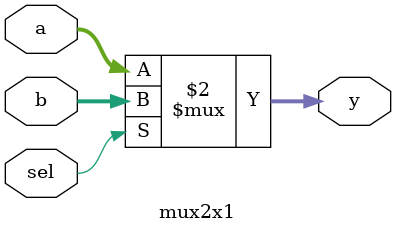
<source format=v>

module mux2x1(
    input wire [3:0] a,   // 4-bit input a
    input wire [3:0] b,   // 4-bit input b
    input wire sel,       // Select signal
    output reg [3:0] y    // 4-bit output y
);

    always @(*) begin
               y = (sel) ? b : a;
    end

endmodule

</source>
